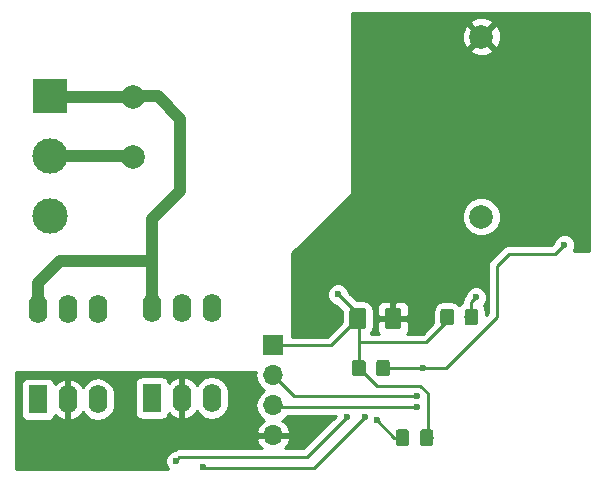
<source format=gbl>
G04 #@! TF.GenerationSoftware,KiCad,Pcbnew,5.0.2-bee76a0~70~ubuntu18.04.1*
G04 #@! TF.CreationDate,2019-03-11T17:22:41+01:00*
G04 #@! TF.ProjectId,FilPilote,46696c50-696c-46f7-9465-2e6b69636164,rev?*
G04 #@! TF.SameCoordinates,Original*
G04 #@! TF.FileFunction,Copper,L2,Bot*
G04 #@! TF.FilePolarity,Positive*
%FSLAX46Y46*%
G04 Gerber Fmt 4.6, Leading zero omitted, Abs format (unit mm)*
G04 Created by KiCad (PCBNEW 5.0.2-bee76a0~70~ubuntu18.04.1) date lun. 11 mars 2019 17:22:41 CET*
%MOMM*%
%LPD*%
G01*
G04 APERTURE LIST*
G04 #@! TA.AperFunction,ComponentPad*
%ADD10C,2.000000*%
G04 #@! TD*
G04 #@! TA.AperFunction,Conductor*
%ADD11C,0.100000*%
G04 #@! TD*
G04 #@! TA.AperFunction,SMDPad,CuDef*
%ADD12C,1.425000*%
G04 #@! TD*
G04 #@! TA.AperFunction,ComponentPad*
%ADD13R,1.700000X1.700000*%
G04 #@! TD*
G04 #@! TA.AperFunction,ComponentPad*
%ADD14O,1.700000X1.700000*%
G04 #@! TD*
G04 #@! TA.AperFunction,ComponentPad*
%ADD15R,3.000000X3.000000*%
G04 #@! TD*
G04 #@! TA.AperFunction,ComponentPad*
%ADD16C,3.000000*%
G04 #@! TD*
G04 #@! TA.AperFunction,SMDPad,CuDef*
%ADD17C,1.150000*%
G04 #@! TD*
G04 #@! TA.AperFunction,ComponentPad*
%ADD18O,1.600000X2.400000*%
G04 #@! TD*
G04 #@! TA.AperFunction,ComponentPad*
%ADD19R,1.600000X2.400000*%
G04 #@! TD*
G04 #@! TA.AperFunction,ViaPad*
%ADD20C,0.600000*%
G04 #@! TD*
G04 #@! TA.AperFunction,Conductor*
%ADD21C,0.250000*%
G04 #@! TD*
G04 #@! TA.AperFunction,Conductor*
%ADD22C,1.000000*%
G04 #@! TD*
G04 #@! TA.AperFunction,Conductor*
%ADD23C,0.254000*%
G04 #@! TD*
G04 APERTURE END LIST*
D10*
G04 #@! TO.P,U5,1*
G04 #@! TO.N,/PH_IN*
X122009001Y-80152001D03*
G04 #@! TO.P,U5,2*
G04 #@! TO.N,/NEUTRE*
X122009001Y-85232001D03*
G04 #@! TO.P,U5,3*
G04 #@! TO.N,/GND*
X151473001Y-75072001D03*
G04 #@! TO.P,U5,4*
G04 #@! TO.N,/3V3*
X151473001Y-90312001D03*
G04 #@! TD*
D11*
G04 #@! TO.N,/GND*
G04 #@! TO.C,C3*
G36*
X144468504Y-98059204D02*
X144492773Y-98062804D01*
X144516571Y-98068765D01*
X144539671Y-98077030D01*
X144561849Y-98087520D01*
X144582893Y-98100133D01*
X144602598Y-98114747D01*
X144620777Y-98131223D01*
X144637253Y-98149402D01*
X144651867Y-98169107D01*
X144664480Y-98190151D01*
X144674970Y-98212329D01*
X144683235Y-98235429D01*
X144689196Y-98259227D01*
X144692796Y-98283496D01*
X144694000Y-98308000D01*
X144694000Y-99558000D01*
X144692796Y-99582504D01*
X144689196Y-99606773D01*
X144683235Y-99630571D01*
X144674970Y-99653671D01*
X144664480Y-99675849D01*
X144651867Y-99696893D01*
X144637253Y-99716598D01*
X144620777Y-99734777D01*
X144602598Y-99751253D01*
X144582893Y-99765867D01*
X144561849Y-99778480D01*
X144539671Y-99788970D01*
X144516571Y-99797235D01*
X144492773Y-99803196D01*
X144468504Y-99806796D01*
X144444000Y-99808000D01*
X143519000Y-99808000D01*
X143494496Y-99806796D01*
X143470227Y-99803196D01*
X143446429Y-99797235D01*
X143423329Y-99788970D01*
X143401151Y-99778480D01*
X143380107Y-99765867D01*
X143360402Y-99751253D01*
X143342223Y-99734777D01*
X143325747Y-99716598D01*
X143311133Y-99696893D01*
X143298520Y-99675849D01*
X143288030Y-99653671D01*
X143279765Y-99630571D01*
X143273804Y-99606773D01*
X143270204Y-99582504D01*
X143269000Y-99558000D01*
X143269000Y-98308000D01*
X143270204Y-98283496D01*
X143273804Y-98259227D01*
X143279765Y-98235429D01*
X143288030Y-98212329D01*
X143298520Y-98190151D01*
X143311133Y-98169107D01*
X143325747Y-98149402D01*
X143342223Y-98131223D01*
X143360402Y-98114747D01*
X143380107Y-98100133D01*
X143401151Y-98087520D01*
X143423329Y-98077030D01*
X143446429Y-98068765D01*
X143470227Y-98062804D01*
X143494496Y-98059204D01*
X143519000Y-98058000D01*
X144444000Y-98058000D01*
X144468504Y-98059204D01*
X144468504Y-98059204D01*
G37*
D12*
G04 #@! TD*
G04 #@! TO.P,C3,1*
G04 #@! TO.N,/GND*
X143981500Y-98933000D03*
D11*
G04 #@! TO.N,/3V3*
G04 #@! TO.C,C3*
G36*
X141493504Y-98059204D02*
X141517773Y-98062804D01*
X141541571Y-98068765D01*
X141564671Y-98077030D01*
X141586849Y-98087520D01*
X141607893Y-98100133D01*
X141627598Y-98114747D01*
X141645777Y-98131223D01*
X141662253Y-98149402D01*
X141676867Y-98169107D01*
X141689480Y-98190151D01*
X141699970Y-98212329D01*
X141708235Y-98235429D01*
X141714196Y-98259227D01*
X141717796Y-98283496D01*
X141719000Y-98308000D01*
X141719000Y-99558000D01*
X141717796Y-99582504D01*
X141714196Y-99606773D01*
X141708235Y-99630571D01*
X141699970Y-99653671D01*
X141689480Y-99675849D01*
X141676867Y-99696893D01*
X141662253Y-99716598D01*
X141645777Y-99734777D01*
X141627598Y-99751253D01*
X141607893Y-99765867D01*
X141586849Y-99778480D01*
X141564671Y-99788970D01*
X141541571Y-99797235D01*
X141517773Y-99803196D01*
X141493504Y-99806796D01*
X141469000Y-99808000D01*
X140544000Y-99808000D01*
X140519496Y-99806796D01*
X140495227Y-99803196D01*
X140471429Y-99797235D01*
X140448329Y-99788970D01*
X140426151Y-99778480D01*
X140405107Y-99765867D01*
X140385402Y-99751253D01*
X140367223Y-99734777D01*
X140350747Y-99716598D01*
X140336133Y-99696893D01*
X140323520Y-99675849D01*
X140313030Y-99653671D01*
X140304765Y-99630571D01*
X140298804Y-99606773D01*
X140295204Y-99582504D01*
X140294000Y-99558000D01*
X140294000Y-98308000D01*
X140295204Y-98283496D01*
X140298804Y-98259227D01*
X140304765Y-98235429D01*
X140313030Y-98212329D01*
X140323520Y-98190151D01*
X140336133Y-98169107D01*
X140350747Y-98149402D01*
X140367223Y-98131223D01*
X140385402Y-98114747D01*
X140405107Y-98100133D01*
X140426151Y-98087520D01*
X140448329Y-98077030D01*
X140471429Y-98068765D01*
X140495227Y-98062804D01*
X140519496Y-98059204D01*
X140544000Y-98058000D01*
X141469000Y-98058000D01*
X141493504Y-98059204D01*
X141493504Y-98059204D01*
G37*
D12*
G04 #@! TD*
G04 #@! TO.P,C3,2*
G04 #@! TO.N,/3V3*
X141006500Y-98933000D03*
D13*
G04 #@! TO.P,J1,1*
G04 #@! TO.N,/3V3*
X133858000Y-101219000D03*
D14*
G04 #@! TO.P,J1,2*
G04 #@! TO.N,/TXD*
X133858000Y-103759000D03*
G04 #@! TO.P,J1,3*
G04 #@! TO.N,/RXD*
X133858000Y-106299000D03*
G04 #@! TO.P,J1,4*
G04 #@! TO.N,/GND*
X133858000Y-108839000D03*
G04 #@! TD*
D15*
G04 #@! TO.P,P1,1*
G04 #@! TO.N,/PH_IN*
X114935000Y-80137000D03*
D16*
G04 #@! TO.P,P1,2*
G04 #@! TO.N,/NEUTRE*
X114935000Y-85217000D03*
G04 #@! TO.P,P1,3*
G04 #@! TO.N,/FP_OUT*
X114935000Y-90297000D03*
G04 #@! TD*
D11*
G04 #@! TO.N,/3V3*
G04 #@! TO.C,R7*
G36*
X148921505Y-98107204D02*
X148945773Y-98110804D01*
X148969572Y-98116765D01*
X148992671Y-98125030D01*
X149014850Y-98135520D01*
X149035893Y-98148132D01*
X149055599Y-98162747D01*
X149073777Y-98179223D01*
X149090253Y-98197401D01*
X149104868Y-98217107D01*
X149117480Y-98238150D01*
X149127970Y-98260329D01*
X149136235Y-98283428D01*
X149142196Y-98307227D01*
X149145796Y-98331495D01*
X149147000Y-98355999D01*
X149147000Y-99256001D01*
X149145796Y-99280505D01*
X149142196Y-99304773D01*
X149136235Y-99328572D01*
X149127970Y-99351671D01*
X149117480Y-99373850D01*
X149104868Y-99394893D01*
X149090253Y-99414599D01*
X149073777Y-99432777D01*
X149055599Y-99449253D01*
X149035893Y-99463868D01*
X149014850Y-99476480D01*
X148992671Y-99486970D01*
X148969572Y-99495235D01*
X148945773Y-99501196D01*
X148921505Y-99504796D01*
X148897001Y-99506000D01*
X148246999Y-99506000D01*
X148222495Y-99504796D01*
X148198227Y-99501196D01*
X148174428Y-99495235D01*
X148151329Y-99486970D01*
X148129150Y-99476480D01*
X148108107Y-99463868D01*
X148088401Y-99449253D01*
X148070223Y-99432777D01*
X148053747Y-99414599D01*
X148039132Y-99394893D01*
X148026520Y-99373850D01*
X148016030Y-99351671D01*
X148007765Y-99328572D01*
X148001804Y-99304773D01*
X147998204Y-99280505D01*
X147997000Y-99256001D01*
X147997000Y-98355999D01*
X147998204Y-98331495D01*
X148001804Y-98307227D01*
X148007765Y-98283428D01*
X148016030Y-98260329D01*
X148026520Y-98238150D01*
X148039132Y-98217107D01*
X148053747Y-98197401D01*
X148070223Y-98179223D01*
X148088401Y-98162747D01*
X148108107Y-98148132D01*
X148129150Y-98135520D01*
X148151329Y-98125030D01*
X148174428Y-98116765D01*
X148198227Y-98110804D01*
X148222495Y-98107204D01*
X148246999Y-98106000D01*
X148897001Y-98106000D01*
X148921505Y-98107204D01*
X148921505Y-98107204D01*
G37*
D17*
G04 #@! TD*
G04 #@! TO.P,R7,2*
G04 #@! TO.N,/3V3*
X148572000Y-98806000D03*
D11*
G04 #@! TO.N,Net-(R7-Pad1)*
G04 #@! TO.C,R7*
G36*
X150971505Y-98107204D02*
X150995773Y-98110804D01*
X151019572Y-98116765D01*
X151042671Y-98125030D01*
X151064850Y-98135520D01*
X151085893Y-98148132D01*
X151105599Y-98162747D01*
X151123777Y-98179223D01*
X151140253Y-98197401D01*
X151154868Y-98217107D01*
X151167480Y-98238150D01*
X151177970Y-98260329D01*
X151186235Y-98283428D01*
X151192196Y-98307227D01*
X151195796Y-98331495D01*
X151197000Y-98355999D01*
X151197000Y-99256001D01*
X151195796Y-99280505D01*
X151192196Y-99304773D01*
X151186235Y-99328572D01*
X151177970Y-99351671D01*
X151167480Y-99373850D01*
X151154868Y-99394893D01*
X151140253Y-99414599D01*
X151123777Y-99432777D01*
X151105599Y-99449253D01*
X151085893Y-99463868D01*
X151064850Y-99476480D01*
X151042671Y-99486970D01*
X151019572Y-99495235D01*
X150995773Y-99501196D01*
X150971505Y-99504796D01*
X150947001Y-99506000D01*
X150296999Y-99506000D01*
X150272495Y-99504796D01*
X150248227Y-99501196D01*
X150224428Y-99495235D01*
X150201329Y-99486970D01*
X150179150Y-99476480D01*
X150158107Y-99463868D01*
X150138401Y-99449253D01*
X150120223Y-99432777D01*
X150103747Y-99414599D01*
X150089132Y-99394893D01*
X150076520Y-99373850D01*
X150066030Y-99351671D01*
X150057765Y-99328572D01*
X150051804Y-99304773D01*
X150048204Y-99280505D01*
X150047000Y-99256001D01*
X150047000Y-98355999D01*
X150048204Y-98331495D01*
X150051804Y-98307227D01*
X150057765Y-98283428D01*
X150066030Y-98260329D01*
X150076520Y-98238150D01*
X150089132Y-98217107D01*
X150103747Y-98197401D01*
X150120223Y-98179223D01*
X150138401Y-98162747D01*
X150158107Y-98148132D01*
X150179150Y-98135520D01*
X150201329Y-98125030D01*
X150224428Y-98116765D01*
X150248227Y-98110804D01*
X150272495Y-98107204D01*
X150296999Y-98106000D01*
X150947001Y-98106000D01*
X150971505Y-98107204D01*
X150971505Y-98107204D01*
G37*
D17*
G04 #@! TD*
G04 #@! TO.P,R7,1*
G04 #@! TO.N,Net-(R7-Pad1)*
X150622000Y-98806000D03*
D11*
G04 #@! TO.N,Net-(R8-Pad1)*
G04 #@! TO.C,R8*
G36*
X143487505Y-102425204D02*
X143511773Y-102428804D01*
X143535572Y-102434765D01*
X143558671Y-102443030D01*
X143580850Y-102453520D01*
X143601893Y-102466132D01*
X143621599Y-102480747D01*
X143639777Y-102497223D01*
X143656253Y-102515401D01*
X143670868Y-102535107D01*
X143683480Y-102556150D01*
X143693970Y-102578329D01*
X143702235Y-102601428D01*
X143708196Y-102625227D01*
X143711796Y-102649495D01*
X143713000Y-102673999D01*
X143713000Y-103574001D01*
X143711796Y-103598505D01*
X143708196Y-103622773D01*
X143702235Y-103646572D01*
X143693970Y-103669671D01*
X143683480Y-103691850D01*
X143670868Y-103712893D01*
X143656253Y-103732599D01*
X143639777Y-103750777D01*
X143621599Y-103767253D01*
X143601893Y-103781868D01*
X143580850Y-103794480D01*
X143558671Y-103804970D01*
X143535572Y-103813235D01*
X143511773Y-103819196D01*
X143487505Y-103822796D01*
X143463001Y-103824000D01*
X142812999Y-103824000D01*
X142788495Y-103822796D01*
X142764227Y-103819196D01*
X142740428Y-103813235D01*
X142717329Y-103804970D01*
X142695150Y-103794480D01*
X142674107Y-103781868D01*
X142654401Y-103767253D01*
X142636223Y-103750777D01*
X142619747Y-103732599D01*
X142605132Y-103712893D01*
X142592520Y-103691850D01*
X142582030Y-103669671D01*
X142573765Y-103646572D01*
X142567804Y-103622773D01*
X142564204Y-103598505D01*
X142563000Y-103574001D01*
X142563000Y-102673999D01*
X142564204Y-102649495D01*
X142567804Y-102625227D01*
X142573765Y-102601428D01*
X142582030Y-102578329D01*
X142592520Y-102556150D01*
X142605132Y-102535107D01*
X142619747Y-102515401D01*
X142636223Y-102497223D01*
X142654401Y-102480747D01*
X142674107Y-102466132D01*
X142695150Y-102453520D01*
X142717329Y-102443030D01*
X142740428Y-102434765D01*
X142764227Y-102428804D01*
X142788495Y-102425204D01*
X142812999Y-102424000D01*
X143463001Y-102424000D01*
X143487505Y-102425204D01*
X143487505Y-102425204D01*
G37*
D17*
G04 #@! TD*
G04 #@! TO.P,R8,1*
G04 #@! TO.N,Net-(R8-Pad1)*
X143138000Y-103124000D03*
D11*
G04 #@! TO.N,/3V3*
G04 #@! TO.C,R8*
G36*
X141437505Y-102425204D02*
X141461773Y-102428804D01*
X141485572Y-102434765D01*
X141508671Y-102443030D01*
X141530850Y-102453520D01*
X141551893Y-102466132D01*
X141571599Y-102480747D01*
X141589777Y-102497223D01*
X141606253Y-102515401D01*
X141620868Y-102535107D01*
X141633480Y-102556150D01*
X141643970Y-102578329D01*
X141652235Y-102601428D01*
X141658196Y-102625227D01*
X141661796Y-102649495D01*
X141663000Y-102673999D01*
X141663000Y-103574001D01*
X141661796Y-103598505D01*
X141658196Y-103622773D01*
X141652235Y-103646572D01*
X141643970Y-103669671D01*
X141633480Y-103691850D01*
X141620868Y-103712893D01*
X141606253Y-103732599D01*
X141589777Y-103750777D01*
X141571599Y-103767253D01*
X141551893Y-103781868D01*
X141530850Y-103794480D01*
X141508671Y-103804970D01*
X141485572Y-103813235D01*
X141461773Y-103819196D01*
X141437505Y-103822796D01*
X141413001Y-103824000D01*
X140762999Y-103824000D01*
X140738495Y-103822796D01*
X140714227Y-103819196D01*
X140690428Y-103813235D01*
X140667329Y-103804970D01*
X140645150Y-103794480D01*
X140624107Y-103781868D01*
X140604401Y-103767253D01*
X140586223Y-103750777D01*
X140569747Y-103732599D01*
X140555132Y-103712893D01*
X140542520Y-103691850D01*
X140532030Y-103669671D01*
X140523765Y-103646572D01*
X140517804Y-103622773D01*
X140514204Y-103598505D01*
X140513000Y-103574001D01*
X140513000Y-102673999D01*
X140514204Y-102649495D01*
X140517804Y-102625227D01*
X140523765Y-102601428D01*
X140532030Y-102578329D01*
X140542520Y-102556150D01*
X140555132Y-102535107D01*
X140569747Y-102515401D01*
X140586223Y-102497223D01*
X140604401Y-102480747D01*
X140624107Y-102466132D01*
X140645150Y-102453520D01*
X140667329Y-102443030D01*
X140690428Y-102434765D01*
X140714227Y-102428804D01*
X140738495Y-102425204D01*
X140762999Y-102424000D01*
X141413001Y-102424000D01*
X141437505Y-102425204D01*
X141437505Y-102425204D01*
G37*
D17*
G04 #@! TD*
G04 #@! TO.P,R8,2*
G04 #@! TO.N,/3V3*
X141088000Y-103124000D03*
D18*
G04 #@! TO.P,U1,6*
G04 #@! TO.N,/PH_IN*
X123571000Y-98044000D03*
G04 #@! TO.P,U1,3*
G04 #@! TO.N,N/C*
X128651000Y-105664000D03*
G04 #@! TO.P,U1,5*
X126111000Y-98044000D03*
G04 #@! TO.P,U1,2*
G04 #@! TO.N,/GND*
X126111000Y-105664000D03*
G04 #@! TO.P,U1,4*
G04 #@! TO.N,Net-(D1-Pad2)*
X128651000Y-98044000D03*
D19*
G04 #@! TO.P,U1,1*
G04 #@! TO.N,Net-(R1-Pad1)*
X123571000Y-105664000D03*
G04 #@! TD*
G04 #@! TO.P,U2,1*
G04 #@! TO.N,Net-(R2-Pad1)*
X113919000Y-105791000D03*
D18*
G04 #@! TO.P,U2,4*
G04 #@! TO.N,Net-(D2-Pad1)*
X118999000Y-98171000D03*
G04 #@! TO.P,U2,2*
G04 #@! TO.N,/GND*
X116459000Y-105791000D03*
G04 #@! TO.P,U2,5*
G04 #@! TO.N,N/C*
X116459000Y-98171000D03*
G04 #@! TO.P,U2,3*
X118999000Y-105791000D03*
G04 #@! TO.P,U2,6*
G04 #@! TO.N,/PH_IN*
X113919000Y-98171000D03*
G04 #@! TD*
D11*
G04 #@! TO.N,Net-(R3-Pad1)*
G04 #@! TO.C,R3*
G36*
X145129505Y-108330704D02*
X145153773Y-108334304D01*
X145177572Y-108340265D01*
X145200671Y-108348530D01*
X145222850Y-108359020D01*
X145243893Y-108371632D01*
X145263599Y-108386247D01*
X145281777Y-108402723D01*
X145298253Y-108420901D01*
X145312868Y-108440607D01*
X145325480Y-108461650D01*
X145335970Y-108483829D01*
X145344235Y-108506928D01*
X145350196Y-108530727D01*
X145353796Y-108554995D01*
X145355000Y-108579499D01*
X145355000Y-109479501D01*
X145353796Y-109504005D01*
X145350196Y-109528273D01*
X145344235Y-109552072D01*
X145335970Y-109575171D01*
X145325480Y-109597350D01*
X145312868Y-109618393D01*
X145298253Y-109638099D01*
X145281777Y-109656277D01*
X145263599Y-109672753D01*
X145243893Y-109687368D01*
X145222850Y-109699980D01*
X145200671Y-109710470D01*
X145177572Y-109718735D01*
X145153773Y-109724696D01*
X145129505Y-109728296D01*
X145105001Y-109729500D01*
X144454999Y-109729500D01*
X144430495Y-109728296D01*
X144406227Y-109724696D01*
X144382428Y-109718735D01*
X144359329Y-109710470D01*
X144337150Y-109699980D01*
X144316107Y-109687368D01*
X144296401Y-109672753D01*
X144278223Y-109656277D01*
X144261747Y-109638099D01*
X144247132Y-109618393D01*
X144234520Y-109597350D01*
X144224030Y-109575171D01*
X144215765Y-109552072D01*
X144209804Y-109528273D01*
X144206204Y-109504005D01*
X144205000Y-109479501D01*
X144205000Y-108579499D01*
X144206204Y-108554995D01*
X144209804Y-108530727D01*
X144215765Y-108506928D01*
X144224030Y-108483829D01*
X144234520Y-108461650D01*
X144247132Y-108440607D01*
X144261747Y-108420901D01*
X144278223Y-108402723D01*
X144296401Y-108386247D01*
X144316107Y-108371632D01*
X144337150Y-108359020D01*
X144359329Y-108348530D01*
X144382428Y-108340265D01*
X144406227Y-108334304D01*
X144430495Y-108330704D01*
X144454999Y-108329500D01*
X145105001Y-108329500D01*
X145129505Y-108330704D01*
X145129505Y-108330704D01*
G37*
D17*
G04 #@! TD*
G04 #@! TO.P,R3,1*
G04 #@! TO.N,Net-(R3-Pad1)*
X144780000Y-109029500D03*
D11*
G04 #@! TO.N,/3V3*
G04 #@! TO.C,R3*
G36*
X147179505Y-108330704D02*
X147203773Y-108334304D01*
X147227572Y-108340265D01*
X147250671Y-108348530D01*
X147272850Y-108359020D01*
X147293893Y-108371632D01*
X147313599Y-108386247D01*
X147331777Y-108402723D01*
X147348253Y-108420901D01*
X147362868Y-108440607D01*
X147375480Y-108461650D01*
X147385970Y-108483829D01*
X147394235Y-108506928D01*
X147400196Y-108530727D01*
X147403796Y-108554995D01*
X147405000Y-108579499D01*
X147405000Y-109479501D01*
X147403796Y-109504005D01*
X147400196Y-109528273D01*
X147394235Y-109552072D01*
X147385970Y-109575171D01*
X147375480Y-109597350D01*
X147362868Y-109618393D01*
X147348253Y-109638099D01*
X147331777Y-109656277D01*
X147313599Y-109672753D01*
X147293893Y-109687368D01*
X147272850Y-109699980D01*
X147250671Y-109710470D01*
X147227572Y-109718735D01*
X147203773Y-109724696D01*
X147179505Y-109728296D01*
X147155001Y-109729500D01*
X146504999Y-109729500D01*
X146480495Y-109728296D01*
X146456227Y-109724696D01*
X146432428Y-109718735D01*
X146409329Y-109710470D01*
X146387150Y-109699980D01*
X146366107Y-109687368D01*
X146346401Y-109672753D01*
X146328223Y-109656277D01*
X146311747Y-109638099D01*
X146297132Y-109618393D01*
X146284520Y-109597350D01*
X146274030Y-109575171D01*
X146265765Y-109552072D01*
X146259804Y-109528273D01*
X146256204Y-109504005D01*
X146255000Y-109479501D01*
X146255000Y-108579499D01*
X146256204Y-108554995D01*
X146259804Y-108530727D01*
X146265765Y-108506928D01*
X146274030Y-108483829D01*
X146284520Y-108461650D01*
X146297132Y-108440607D01*
X146311747Y-108420901D01*
X146328223Y-108402723D01*
X146346401Y-108386247D01*
X146366107Y-108371632D01*
X146387150Y-108359020D01*
X146409329Y-108348530D01*
X146432428Y-108340265D01*
X146456227Y-108334304D01*
X146480495Y-108330704D01*
X146504999Y-108329500D01*
X147155001Y-108329500D01*
X147179505Y-108330704D01*
X147179505Y-108330704D01*
G37*
D17*
G04 #@! TD*
G04 #@! TO.P,R3,2*
G04 #@! TO.N,/3V3*
X146830000Y-109029500D03*
D20*
G04 #@! TO.N,/3V3*
X139319000Y-96901000D03*
G04 #@! TO.N,/TXD*
X145978876Y-105499025D03*
G04 #@! TO.N,/RXD*
X145986500Y-106426006D03*
G04 #@! TO.N,/O1*
X141605000Y-107315000D03*
X127889000Y-111506000D03*
G04 #@! TO.N,/O2*
X125603000Y-110998000D03*
X140081000Y-107315000D03*
G04 #@! TO.N,Net-(R7-Pad1)*
X151003000Y-97155000D03*
G04 #@! TO.N,Net-(R8-Pad1)*
X146558000Y-103124000D03*
X158496000Y-92710000D03*
G04 #@! TO.N,Net-(R3-Pad1)*
X142621000Y-107569000D03*
G04 #@! TD*
D21*
G04 #@! TO.N,/3V3*
X141088000Y-99014500D02*
X141006500Y-98933000D01*
X138720500Y-101219000D02*
X141006500Y-98933000D01*
X133858000Y-101219000D02*
X138720500Y-101219000D01*
X141006500Y-98588500D02*
X141006500Y-98933000D01*
X139319000Y-96901000D02*
X141006500Y-98588500D01*
X141088000Y-100330000D02*
X141088000Y-99014500D01*
X141088000Y-103124000D02*
X141088000Y-100965000D01*
X141088000Y-100965000D02*
X141088000Y-100330000D01*
X146812000Y-100965000D02*
X141088000Y-100965000D01*
X148590000Y-99187000D02*
X146812000Y-100965000D01*
X148572000Y-98806000D02*
X148590000Y-98824000D01*
X148590000Y-98824000D02*
X148590000Y-99187000D01*
X141711372Y-103747372D02*
X141088000Y-103124000D01*
X146830000Y-108884500D02*
X146939000Y-108775500D01*
X146830000Y-109029500D02*
X146830000Y-108884500D01*
X146939000Y-108775500D02*
X146939000Y-105283000D01*
X146304000Y-104648000D02*
X142612000Y-104648000D01*
X146939000Y-105283000D02*
X146304000Y-104648000D01*
X142612000Y-104648000D02*
X141711372Y-103747372D01*
D22*
G04 #@! TO.N,/PH_IN*
X113919000Y-95971000D02*
X115783000Y-94107000D01*
X113919000Y-98171000D02*
X113919000Y-95971000D01*
X115783000Y-94107000D02*
X123317000Y-94107000D01*
X123571000Y-94361000D02*
X123571000Y-98044000D01*
X123317000Y-94107000D02*
X123571000Y-94361000D01*
X124079000Y-80137000D02*
X122024002Y-80137000D01*
X125984000Y-82042000D02*
X124079000Y-80137000D01*
X125984000Y-88138000D02*
X125984000Y-82042000D01*
X122024002Y-80137000D02*
X122009001Y-80152001D01*
X123571000Y-98044000D02*
X123571000Y-90551000D01*
X123571000Y-90551000D02*
X125984000Y-88138000D01*
X114950001Y-80152001D02*
X114935000Y-80137000D01*
X122009001Y-80152001D02*
X114950001Y-80152001D01*
G04 #@! TO.N,/NEUTRE*
X121994000Y-85217000D02*
X122009001Y-85232001D01*
X114935000Y-85217000D02*
X121994000Y-85217000D01*
D21*
G04 #@! TO.N,/TXD*
X135598025Y-105499025D02*
X145554612Y-105499025D01*
X145554612Y-105499025D02*
X145978876Y-105499025D01*
X133858000Y-103759000D02*
X135598025Y-105499025D01*
G04 #@! TO.N,/RXD*
X133858000Y-106299000D02*
X133985000Y-106426000D01*
X145986494Y-106426000D02*
X145986500Y-106426006D01*
X133985000Y-106426000D02*
X145986494Y-106426000D01*
G04 #@! TO.N,/O1*
X141605000Y-107315000D02*
X137287000Y-111633000D01*
X137287000Y-111633000D02*
X128016000Y-111633000D01*
X128016000Y-111633000D02*
X127889000Y-111506000D01*
G04 #@! TO.N,/O2*
X136697999Y-110698001D02*
X140081000Y-107315000D01*
X125603000Y-110998000D02*
X125902999Y-110698001D01*
X125902999Y-110698001D02*
X136697999Y-110698001D01*
G04 #@! TO.N,Net-(R7-Pad1)*
X150703001Y-97454999D02*
X151003000Y-97155000D01*
X150622000Y-98806000D02*
X150622000Y-97536000D01*
X150622000Y-97536000D02*
X150703001Y-97454999D01*
G04 #@! TO.N,Net-(R8-Pad1)*
X143138000Y-103124000D02*
X146558000Y-103124000D01*
X152781000Y-98806000D02*
X148463000Y-103124000D01*
X148463000Y-103124000D02*
X146558000Y-103124000D01*
X152781000Y-94488000D02*
X152781000Y-98806000D01*
X153797000Y-93472000D02*
X152781000Y-94488000D01*
X158496000Y-92710000D02*
X157734000Y-93472000D01*
X157734000Y-93472000D02*
X153797000Y-93472000D01*
G04 #@! TO.N,Net-(R3-Pad1)*
X144780000Y-109029500D02*
X144081500Y-109029500D01*
X144081500Y-109029500D02*
X142621000Y-107569000D01*
G04 #@! TD*
D23*
G04 #@! TO.N,/GND*
G36*
X132343908Y-103759000D02*
X132459161Y-104338418D01*
X132787375Y-104829625D01*
X133085761Y-105029000D01*
X132787375Y-105228375D01*
X132459161Y-105719582D01*
X132343908Y-106299000D01*
X132459161Y-106878418D01*
X132787375Y-107369625D01*
X133106478Y-107582843D01*
X132976642Y-107643817D01*
X132586355Y-108072076D01*
X132416524Y-108482110D01*
X132537845Y-108712000D01*
X133731000Y-108712000D01*
X133731000Y-108692000D01*
X133985000Y-108692000D01*
X133985000Y-108712000D01*
X135178155Y-108712000D01*
X135299476Y-108482110D01*
X135129645Y-108072076D01*
X134739358Y-107643817D01*
X134609522Y-107582843D01*
X134928625Y-107369625D01*
X135051319Y-107186000D01*
X139135198Y-107186000D01*
X136383198Y-109938001D01*
X134827012Y-109938001D01*
X135129645Y-109605924D01*
X135299476Y-109195890D01*
X135178155Y-108966000D01*
X133985000Y-108966000D01*
X133985000Y-108986000D01*
X133731000Y-108986000D01*
X133731000Y-108966000D01*
X132537845Y-108966000D01*
X132416524Y-109195890D01*
X132586355Y-109605924D01*
X132888988Y-109938001D01*
X125977847Y-109938001D01*
X125902999Y-109923113D01*
X125828151Y-109938001D01*
X125828147Y-109938001D01*
X125654604Y-109972521D01*
X125606461Y-109982097D01*
X125528510Y-110034183D01*
X125485382Y-110063000D01*
X125417017Y-110063000D01*
X125073365Y-110205345D01*
X124810345Y-110468365D01*
X124668000Y-110812017D01*
X124668000Y-111183983D01*
X124810345Y-111527635D01*
X124947710Y-111665000D01*
X112060000Y-111665000D01*
X112060000Y-104591000D01*
X112471560Y-104591000D01*
X112471560Y-106991000D01*
X112520843Y-107238765D01*
X112661191Y-107448809D01*
X112871235Y-107589157D01*
X113119000Y-107638440D01*
X114719000Y-107638440D01*
X114966765Y-107589157D01*
X115176809Y-107448809D01*
X115317157Y-107238765D01*
X115351127Y-107067984D01*
X115534104Y-107295500D01*
X116027181Y-107565367D01*
X116109961Y-107582904D01*
X116332000Y-107460915D01*
X116332000Y-105918000D01*
X116312000Y-105918000D01*
X116312000Y-105664000D01*
X116332000Y-105664000D01*
X116332000Y-104121085D01*
X116586000Y-104121085D01*
X116586000Y-105664000D01*
X116606000Y-105664000D01*
X116606000Y-105918000D01*
X116586000Y-105918000D01*
X116586000Y-107460915D01*
X116808039Y-107582904D01*
X116890819Y-107565367D01*
X117383896Y-107295500D01*
X117726501Y-106869501D01*
X117964424Y-107225577D01*
X118439092Y-107542740D01*
X118999000Y-107654113D01*
X119558909Y-107542740D01*
X120033577Y-107225577D01*
X120350740Y-106750909D01*
X120434000Y-106332332D01*
X120434000Y-105249667D01*
X120350740Y-104831091D01*
X120105457Y-104464000D01*
X122123560Y-104464000D01*
X122123560Y-106864000D01*
X122172843Y-107111765D01*
X122313191Y-107321809D01*
X122523235Y-107462157D01*
X122771000Y-107511440D01*
X124371000Y-107511440D01*
X124618765Y-107462157D01*
X124828809Y-107321809D01*
X124969157Y-107111765D01*
X125003127Y-106940984D01*
X125186104Y-107168500D01*
X125679181Y-107438367D01*
X125761961Y-107455904D01*
X125984000Y-107333915D01*
X125984000Y-105791000D01*
X125964000Y-105791000D01*
X125964000Y-105537000D01*
X125984000Y-105537000D01*
X125984000Y-103994085D01*
X126238000Y-103994085D01*
X126238000Y-105537000D01*
X126258000Y-105537000D01*
X126258000Y-105791000D01*
X126238000Y-105791000D01*
X126238000Y-107333915D01*
X126460039Y-107455904D01*
X126542819Y-107438367D01*
X127035896Y-107168500D01*
X127378501Y-106742501D01*
X127616424Y-107098577D01*
X128091092Y-107415740D01*
X128651000Y-107527113D01*
X129210909Y-107415740D01*
X129685577Y-107098577D01*
X130002740Y-106623909D01*
X130086000Y-106205332D01*
X130086000Y-105122667D01*
X130002740Y-104704091D01*
X129685576Y-104229423D01*
X129210908Y-103912260D01*
X128651000Y-103800887D01*
X128091091Y-103912260D01*
X127616423Y-104229424D01*
X127378501Y-104585499D01*
X127035896Y-104159500D01*
X126542819Y-103889633D01*
X126460039Y-103872096D01*
X126238000Y-103994085D01*
X125984000Y-103994085D01*
X125761961Y-103872096D01*
X125679181Y-103889633D01*
X125186104Y-104159500D01*
X125003127Y-104387016D01*
X124969157Y-104216235D01*
X124828809Y-104006191D01*
X124618765Y-103865843D01*
X124371000Y-103816560D01*
X122771000Y-103816560D01*
X122523235Y-103865843D01*
X122313191Y-104006191D01*
X122172843Y-104216235D01*
X122123560Y-104464000D01*
X120105457Y-104464000D01*
X120033576Y-104356423D01*
X119558908Y-104039260D01*
X118999000Y-103927887D01*
X118439091Y-104039260D01*
X117964423Y-104356424D01*
X117726501Y-104712499D01*
X117383896Y-104286500D01*
X116890819Y-104016633D01*
X116808039Y-103999096D01*
X116586000Y-104121085D01*
X116332000Y-104121085D01*
X116109961Y-103999096D01*
X116027181Y-104016633D01*
X115534104Y-104286500D01*
X115351127Y-104514016D01*
X115317157Y-104343235D01*
X115176809Y-104133191D01*
X114966765Y-103992843D01*
X114719000Y-103943560D01*
X113119000Y-103943560D01*
X112871235Y-103992843D01*
X112661191Y-104133191D01*
X112520843Y-104343235D01*
X112471560Y-104591000D01*
X112060000Y-104591000D01*
X112060000Y-103502000D01*
X132395028Y-103502000D01*
X132343908Y-103759000D01*
X132343908Y-103759000D01*
G37*
X132343908Y-103759000D02*
X132459161Y-104338418D01*
X132787375Y-104829625D01*
X133085761Y-105029000D01*
X132787375Y-105228375D01*
X132459161Y-105719582D01*
X132343908Y-106299000D01*
X132459161Y-106878418D01*
X132787375Y-107369625D01*
X133106478Y-107582843D01*
X132976642Y-107643817D01*
X132586355Y-108072076D01*
X132416524Y-108482110D01*
X132537845Y-108712000D01*
X133731000Y-108712000D01*
X133731000Y-108692000D01*
X133985000Y-108692000D01*
X133985000Y-108712000D01*
X135178155Y-108712000D01*
X135299476Y-108482110D01*
X135129645Y-108072076D01*
X134739358Y-107643817D01*
X134609522Y-107582843D01*
X134928625Y-107369625D01*
X135051319Y-107186000D01*
X139135198Y-107186000D01*
X136383198Y-109938001D01*
X134827012Y-109938001D01*
X135129645Y-109605924D01*
X135299476Y-109195890D01*
X135178155Y-108966000D01*
X133985000Y-108966000D01*
X133985000Y-108986000D01*
X133731000Y-108986000D01*
X133731000Y-108966000D01*
X132537845Y-108966000D01*
X132416524Y-109195890D01*
X132586355Y-109605924D01*
X132888988Y-109938001D01*
X125977847Y-109938001D01*
X125902999Y-109923113D01*
X125828151Y-109938001D01*
X125828147Y-109938001D01*
X125654604Y-109972521D01*
X125606461Y-109982097D01*
X125528510Y-110034183D01*
X125485382Y-110063000D01*
X125417017Y-110063000D01*
X125073365Y-110205345D01*
X124810345Y-110468365D01*
X124668000Y-110812017D01*
X124668000Y-111183983D01*
X124810345Y-111527635D01*
X124947710Y-111665000D01*
X112060000Y-111665000D01*
X112060000Y-104591000D01*
X112471560Y-104591000D01*
X112471560Y-106991000D01*
X112520843Y-107238765D01*
X112661191Y-107448809D01*
X112871235Y-107589157D01*
X113119000Y-107638440D01*
X114719000Y-107638440D01*
X114966765Y-107589157D01*
X115176809Y-107448809D01*
X115317157Y-107238765D01*
X115351127Y-107067984D01*
X115534104Y-107295500D01*
X116027181Y-107565367D01*
X116109961Y-107582904D01*
X116332000Y-107460915D01*
X116332000Y-105918000D01*
X116312000Y-105918000D01*
X116312000Y-105664000D01*
X116332000Y-105664000D01*
X116332000Y-104121085D01*
X116586000Y-104121085D01*
X116586000Y-105664000D01*
X116606000Y-105664000D01*
X116606000Y-105918000D01*
X116586000Y-105918000D01*
X116586000Y-107460915D01*
X116808039Y-107582904D01*
X116890819Y-107565367D01*
X117383896Y-107295500D01*
X117726501Y-106869501D01*
X117964424Y-107225577D01*
X118439092Y-107542740D01*
X118999000Y-107654113D01*
X119558909Y-107542740D01*
X120033577Y-107225577D01*
X120350740Y-106750909D01*
X120434000Y-106332332D01*
X120434000Y-105249667D01*
X120350740Y-104831091D01*
X120105457Y-104464000D01*
X122123560Y-104464000D01*
X122123560Y-106864000D01*
X122172843Y-107111765D01*
X122313191Y-107321809D01*
X122523235Y-107462157D01*
X122771000Y-107511440D01*
X124371000Y-107511440D01*
X124618765Y-107462157D01*
X124828809Y-107321809D01*
X124969157Y-107111765D01*
X125003127Y-106940984D01*
X125186104Y-107168500D01*
X125679181Y-107438367D01*
X125761961Y-107455904D01*
X125984000Y-107333915D01*
X125984000Y-105791000D01*
X125964000Y-105791000D01*
X125964000Y-105537000D01*
X125984000Y-105537000D01*
X125984000Y-103994085D01*
X126238000Y-103994085D01*
X126238000Y-105537000D01*
X126258000Y-105537000D01*
X126258000Y-105791000D01*
X126238000Y-105791000D01*
X126238000Y-107333915D01*
X126460039Y-107455904D01*
X126542819Y-107438367D01*
X127035896Y-107168500D01*
X127378501Y-106742501D01*
X127616424Y-107098577D01*
X128091092Y-107415740D01*
X128651000Y-107527113D01*
X129210909Y-107415740D01*
X129685577Y-107098577D01*
X130002740Y-106623909D01*
X130086000Y-106205332D01*
X130086000Y-105122667D01*
X130002740Y-104704091D01*
X129685576Y-104229423D01*
X129210908Y-103912260D01*
X128651000Y-103800887D01*
X128091091Y-103912260D01*
X127616423Y-104229424D01*
X127378501Y-104585499D01*
X127035896Y-104159500D01*
X126542819Y-103889633D01*
X126460039Y-103872096D01*
X126238000Y-103994085D01*
X125984000Y-103994085D01*
X125761961Y-103872096D01*
X125679181Y-103889633D01*
X125186104Y-104159500D01*
X125003127Y-104387016D01*
X124969157Y-104216235D01*
X124828809Y-104006191D01*
X124618765Y-103865843D01*
X124371000Y-103816560D01*
X122771000Y-103816560D01*
X122523235Y-103865843D01*
X122313191Y-104006191D01*
X122172843Y-104216235D01*
X122123560Y-104464000D01*
X120105457Y-104464000D01*
X120033576Y-104356423D01*
X119558908Y-104039260D01*
X118999000Y-103927887D01*
X118439091Y-104039260D01*
X117964423Y-104356424D01*
X117726501Y-104712499D01*
X117383896Y-104286500D01*
X116890819Y-104016633D01*
X116808039Y-103999096D01*
X116586000Y-104121085D01*
X116332000Y-104121085D01*
X116109961Y-103999096D01*
X116027181Y-104016633D01*
X115534104Y-104286500D01*
X115351127Y-104514016D01*
X115317157Y-104343235D01*
X115176809Y-104133191D01*
X114966765Y-103992843D01*
X114719000Y-103943560D01*
X113119000Y-103943560D01*
X112871235Y-103992843D01*
X112661191Y-104133191D01*
X112520843Y-104343235D01*
X112471560Y-104591000D01*
X112060000Y-104591000D01*
X112060000Y-103502000D01*
X132395028Y-103502000D01*
X132343908Y-103759000D01*
G36*
X160615000Y-93248000D02*
X159280290Y-93248000D01*
X159288655Y-93239635D01*
X159431000Y-92895983D01*
X159431000Y-92524017D01*
X159288655Y-92180365D01*
X159025635Y-91917345D01*
X158681983Y-91775000D01*
X158310017Y-91775000D01*
X157966365Y-91917345D01*
X157703345Y-92180365D01*
X157561000Y-92524017D01*
X157561000Y-92570199D01*
X157419199Y-92712000D01*
X153871847Y-92712000D01*
X153797000Y-92697112D01*
X153722153Y-92712000D01*
X153722148Y-92712000D01*
X153500463Y-92756096D01*
X153249071Y-92924071D01*
X153206671Y-92987527D01*
X152296530Y-93897669D01*
X152233071Y-93940071D01*
X152065096Y-94191464D01*
X152021000Y-94413149D01*
X152021000Y-94413153D01*
X152006112Y-94488000D01*
X152021000Y-94562847D01*
X152021001Y-98491197D01*
X151844440Y-98667758D01*
X151844440Y-98355999D01*
X151776127Y-98012564D01*
X151652599Y-97827691D01*
X151795655Y-97684635D01*
X151938000Y-97340983D01*
X151938000Y-96969017D01*
X151795655Y-96625365D01*
X151532635Y-96362345D01*
X151188983Y-96220000D01*
X150817017Y-96220000D01*
X150473365Y-96362345D01*
X150210345Y-96625365D01*
X150068000Y-96969017D01*
X150068000Y-96997158D01*
X150031672Y-97051527D01*
X150031671Y-97051528D01*
X149906097Y-97239463D01*
X149847112Y-97536000D01*
X149857998Y-97590728D01*
X149662414Y-97721414D01*
X149597000Y-97819313D01*
X149531586Y-97721414D01*
X149240436Y-97526873D01*
X148897001Y-97458560D01*
X148246999Y-97458560D01*
X147903564Y-97526873D01*
X147612414Y-97721414D01*
X147417873Y-98012564D01*
X147349560Y-98355999D01*
X147349560Y-99256001D01*
X147365593Y-99336605D01*
X146497199Y-100205000D01*
X145195026Y-100205000D01*
X145232327Y-100167699D01*
X145329000Y-99934310D01*
X145329000Y-99218750D01*
X145170250Y-99060000D01*
X144108500Y-99060000D01*
X144108500Y-99080000D01*
X143854500Y-99080000D01*
X143854500Y-99060000D01*
X142792750Y-99060000D01*
X142634000Y-99218750D01*
X142634000Y-99934310D01*
X142730673Y-100167699D01*
X142767974Y-100205000D01*
X142085007Y-100205000D01*
X142103586Y-100192586D01*
X142298126Y-99901435D01*
X142366440Y-99558000D01*
X142366440Y-98308000D01*
X142298126Y-97964565D01*
X142276160Y-97931690D01*
X142634000Y-97931690D01*
X142634000Y-98647250D01*
X142792750Y-98806000D01*
X143854500Y-98806000D01*
X143854500Y-97581750D01*
X144108500Y-97581750D01*
X144108500Y-98806000D01*
X145170250Y-98806000D01*
X145329000Y-98647250D01*
X145329000Y-97931690D01*
X145232327Y-97698301D01*
X145053698Y-97519673D01*
X144820309Y-97423000D01*
X144267250Y-97423000D01*
X144108500Y-97581750D01*
X143854500Y-97581750D01*
X143695750Y-97423000D01*
X143142691Y-97423000D01*
X142909302Y-97519673D01*
X142730673Y-97698301D01*
X142634000Y-97931690D01*
X142276160Y-97931690D01*
X142103586Y-97673414D01*
X141812435Y-97478874D01*
X141469000Y-97410560D01*
X140903362Y-97410560D01*
X140254000Y-96761198D01*
X140254000Y-96715017D01*
X140111655Y-96371365D01*
X139848635Y-96108345D01*
X139504983Y-95966000D01*
X139133017Y-95966000D01*
X138789365Y-96108345D01*
X138526345Y-96371365D01*
X138384000Y-96715017D01*
X138384000Y-97086983D01*
X138526345Y-97430635D01*
X138789365Y-97693655D01*
X139133017Y-97836000D01*
X139179198Y-97836000D01*
X139647329Y-98304132D01*
X139646560Y-98308000D01*
X139646560Y-99218138D01*
X138405699Y-100459000D01*
X135477000Y-100459000D01*
X135477000Y-93427606D01*
X138917827Y-89986779D01*
X149838001Y-89986779D01*
X149838001Y-90637223D01*
X150086915Y-91238154D01*
X150546848Y-91698087D01*
X151147779Y-91947001D01*
X151798223Y-91947001D01*
X152399154Y-91698087D01*
X152859087Y-91238154D01*
X153108001Y-90637223D01*
X153108001Y-89986779D01*
X152859087Y-89385848D01*
X152399154Y-88925915D01*
X151798223Y-88677001D01*
X151147779Y-88677001D01*
X150546848Y-88925915D01*
X150086915Y-89385848D01*
X149838001Y-89986779D01*
X138917827Y-89986779D01*
X140439803Y-88464803D01*
X140467333Y-88423601D01*
X140477000Y-88375000D01*
X140477000Y-76224533D01*
X150500074Y-76224533D01*
X150598737Y-76491388D01*
X151208462Y-76717909D01*
X151858461Y-76693857D01*
X152347265Y-76491388D01*
X152445928Y-76224533D01*
X151473001Y-75251606D01*
X150500074Y-76224533D01*
X140477000Y-76224533D01*
X140477000Y-74807462D01*
X149827093Y-74807462D01*
X149851145Y-75457461D01*
X150053614Y-75946265D01*
X150320469Y-76044928D01*
X151293396Y-75072001D01*
X151652606Y-75072001D01*
X152625533Y-76044928D01*
X152892388Y-75946265D01*
X153118909Y-75336540D01*
X153094857Y-74686541D01*
X152892388Y-74197737D01*
X152625533Y-74099074D01*
X151652606Y-75072001D01*
X151293396Y-75072001D01*
X150320469Y-74099074D01*
X150053614Y-74197737D01*
X149827093Y-74807462D01*
X140477000Y-74807462D01*
X140477000Y-73919469D01*
X150500074Y-73919469D01*
X151473001Y-74892396D01*
X152445928Y-73919469D01*
X152347265Y-73652614D01*
X151737540Y-73426093D01*
X151087541Y-73450145D01*
X150598737Y-73652614D01*
X150500074Y-73919469D01*
X140477000Y-73919469D01*
X140477000Y-73085000D01*
X160615001Y-73085000D01*
X160615000Y-93248000D01*
X160615000Y-93248000D01*
G37*
X160615000Y-93248000D02*
X159280290Y-93248000D01*
X159288655Y-93239635D01*
X159431000Y-92895983D01*
X159431000Y-92524017D01*
X159288655Y-92180365D01*
X159025635Y-91917345D01*
X158681983Y-91775000D01*
X158310017Y-91775000D01*
X157966365Y-91917345D01*
X157703345Y-92180365D01*
X157561000Y-92524017D01*
X157561000Y-92570199D01*
X157419199Y-92712000D01*
X153871847Y-92712000D01*
X153797000Y-92697112D01*
X153722153Y-92712000D01*
X153722148Y-92712000D01*
X153500463Y-92756096D01*
X153249071Y-92924071D01*
X153206671Y-92987527D01*
X152296530Y-93897669D01*
X152233071Y-93940071D01*
X152065096Y-94191464D01*
X152021000Y-94413149D01*
X152021000Y-94413153D01*
X152006112Y-94488000D01*
X152021000Y-94562847D01*
X152021001Y-98491197D01*
X151844440Y-98667758D01*
X151844440Y-98355999D01*
X151776127Y-98012564D01*
X151652599Y-97827691D01*
X151795655Y-97684635D01*
X151938000Y-97340983D01*
X151938000Y-96969017D01*
X151795655Y-96625365D01*
X151532635Y-96362345D01*
X151188983Y-96220000D01*
X150817017Y-96220000D01*
X150473365Y-96362345D01*
X150210345Y-96625365D01*
X150068000Y-96969017D01*
X150068000Y-96997158D01*
X150031672Y-97051527D01*
X150031671Y-97051528D01*
X149906097Y-97239463D01*
X149847112Y-97536000D01*
X149857998Y-97590728D01*
X149662414Y-97721414D01*
X149597000Y-97819313D01*
X149531586Y-97721414D01*
X149240436Y-97526873D01*
X148897001Y-97458560D01*
X148246999Y-97458560D01*
X147903564Y-97526873D01*
X147612414Y-97721414D01*
X147417873Y-98012564D01*
X147349560Y-98355999D01*
X147349560Y-99256001D01*
X147365593Y-99336605D01*
X146497199Y-100205000D01*
X145195026Y-100205000D01*
X145232327Y-100167699D01*
X145329000Y-99934310D01*
X145329000Y-99218750D01*
X145170250Y-99060000D01*
X144108500Y-99060000D01*
X144108500Y-99080000D01*
X143854500Y-99080000D01*
X143854500Y-99060000D01*
X142792750Y-99060000D01*
X142634000Y-99218750D01*
X142634000Y-99934310D01*
X142730673Y-100167699D01*
X142767974Y-100205000D01*
X142085007Y-100205000D01*
X142103586Y-100192586D01*
X142298126Y-99901435D01*
X142366440Y-99558000D01*
X142366440Y-98308000D01*
X142298126Y-97964565D01*
X142276160Y-97931690D01*
X142634000Y-97931690D01*
X142634000Y-98647250D01*
X142792750Y-98806000D01*
X143854500Y-98806000D01*
X143854500Y-97581750D01*
X144108500Y-97581750D01*
X144108500Y-98806000D01*
X145170250Y-98806000D01*
X145329000Y-98647250D01*
X145329000Y-97931690D01*
X145232327Y-97698301D01*
X145053698Y-97519673D01*
X144820309Y-97423000D01*
X144267250Y-97423000D01*
X144108500Y-97581750D01*
X143854500Y-97581750D01*
X143695750Y-97423000D01*
X143142691Y-97423000D01*
X142909302Y-97519673D01*
X142730673Y-97698301D01*
X142634000Y-97931690D01*
X142276160Y-97931690D01*
X142103586Y-97673414D01*
X141812435Y-97478874D01*
X141469000Y-97410560D01*
X140903362Y-97410560D01*
X140254000Y-96761198D01*
X140254000Y-96715017D01*
X140111655Y-96371365D01*
X139848635Y-96108345D01*
X139504983Y-95966000D01*
X139133017Y-95966000D01*
X138789365Y-96108345D01*
X138526345Y-96371365D01*
X138384000Y-96715017D01*
X138384000Y-97086983D01*
X138526345Y-97430635D01*
X138789365Y-97693655D01*
X139133017Y-97836000D01*
X139179198Y-97836000D01*
X139647329Y-98304132D01*
X139646560Y-98308000D01*
X139646560Y-99218138D01*
X138405699Y-100459000D01*
X135477000Y-100459000D01*
X135477000Y-93427606D01*
X138917827Y-89986779D01*
X149838001Y-89986779D01*
X149838001Y-90637223D01*
X150086915Y-91238154D01*
X150546848Y-91698087D01*
X151147779Y-91947001D01*
X151798223Y-91947001D01*
X152399154Y-91698087D01*
X152859087Y-91238154D01*
X153108001Y-90637223D01*
X153108001Y-89986779D01*
X152859087Y-89385848D01*
X152399154Y-88925915D01*
X151798223Y-88677001D01*
X151147779Y-88677001D01*
X150546848Y-88925915D01*
X150086915Y-89385848D01*
X149838001Y-89986779D01*
X138917827Y-89986779D01*
X140439803Y-88464803D01*
X140467333Y-88423601D01*
X140477000Y-88375000D01*
X140477000Y-76224533D01*
X150500074Y-76224533D01*
X150598737Y-76491388D01*
X151208462Y-76717909D01*
X151858461Y-76693857D01*
X152347265Y-76491388D01*
X152445928Y-76224533D01*
X151473001Y-75251606D01*
X150500074Y-76224533D01*
X140477000Y-76224533D01*
X140477000Y-74807462D01*
X149827093Y-74807462D01*
X149851145Y-75457461D01*
X150053614Y-75946265D01*
X150320469Y-76044928D01*
X151293396Y-75072001D01*
X151652606Y-75072001D01*
X152625533Y-76044928D01*
X152892388Y-75946265D01*
X153118909Y-75336540D01*
X153094857Y-74686541D01*
X152892388Y-74197737D01*
X152625533Y-74099074D01*
X151652606Y-75072001D01*
X151293396Y-75072001D01*
X150320469Y-74099074D01*
X150053614Y-74197737D01*
X149827093Y-74807462D01*
X140477000Y-74807462D01*
X140477000Y-73919469D01*
X150500074Y-73919469D01*
X151473001Y-74892396D01*
X152445928Y-73919469D01*
X152347265Y-73652614D01*
X151737540Y-73426093D01*
X151087541Y-73450145D01*
X150598737Y-73652614D01*
X150500074Y-73919469D01*
X140477000Y-73919469D01*
X140477000Y-73085000D01*
X160615001Y-73085000D01*
X160615000Y-93248000D01*
G04 #@! TD*
M02*

</source>
